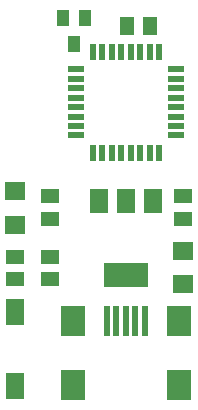
<source format=gtp>
G75*
%MOIN*%
%OFA0B0*%
%FSLAX25Y25*%
%IPPOS*%
%LPD*%
%AMOC8*
5,1,8,0,0,1.08239X$1,22.5*
%
%ADD10R,0.05906X0.05118*%
%ADD11R,0.07087X0.06299*%
%ADD12R,0.05900X0.07900*%
%ADD13R,0.15000X0.07900*%
%ADD14R,0.07098X0.06299*%
%ADD15R,0.05118X0.05906*%
%ADD16R,0.06299X0.09055*%
%ADD17R,0.03937X0.05512*%
%ADD18R,0.05800X0.02000*%
%ADD19R,0.02000X0.05800*%
%ADD20R,0.01969X0.09843*%
%ADD21R,0.07874X0.09843*%
D10*
X0039241Y0048290D03*
X0039241Y0055770D03*
X0050776Y0055770D03*
X0050776Y0048290D03*
X0050776Y0068329D03*
X0050776Y0075809D03*
X0095068Y0075809D03*
X0095068Y0068329D03*
D11*
X0095068Y0057542D03*
X0095068Y0046518D03*
D12*
X0084991Y0074312D03*
X0075991Y0074312D03*
X0066991Y0074312D03*
D13*
X0076091Y0049512D03*
D14*
X0039241Y0066392D03*
X0039241Y0077589D03*
D15*
X0076564Y0132542D03*
X0084044Y0132542D03*
D16*
X0039241Y0012660D03*
X0039241Y0037463D03*
D17*
X0058769Y0126676D03*
X0062509Y0135337D03*
X0055028Y0135337D03*
D18*
X0059391Y0118148D03*
X0059391Y0115048D03*
X0059391Y0111848D03*
X0059391Y0108748D03*
X0059391Y0105548D03*
X0059391Y0102448D03*
X0059391Y0099248D03*
X0059391Y0096148D03*
X0092791Y0096148D03*
X0092791Y0099248D03*
X0092791Y0102448D03*
X0092791Y0105548D03*
X0092791Y0108748D03*
X0092791Y0111848D03*
X0092791Y0115048D03*
X0092791Y0118148D03*
D19*
X0087091Y0123848D03*
X0083991Y0123848D03*
X0080791Y0123848D03*
X0077691Y0123848D03*
X0074491Y0123848D03*
X0071391Y0123848D03*
X0068191Y0123848D03*
X0065091Y0123848D03*
X0065091Y0090448D03*
X0068191Y0090448D03*
X0071391Y0090448D03*
X0074491Y0090448D03*
X0077691Y0090448D03*
X0080791Y0090448D03*
X0083991Y0090448D03*
X0087091Y0090448D03*
D20*
X0082391Y0034471D03*
X0079241Y0034471D03*
X0076091Y0034471D03*
X0072942Y0034471D03*
X0069792Y0034471D03*
D21*
X0058375Y0034471D03*
X0058375Y0012817D03*
X0093808Y0012817D03*
X0093808Y0034471D03*
M02*

</source>
